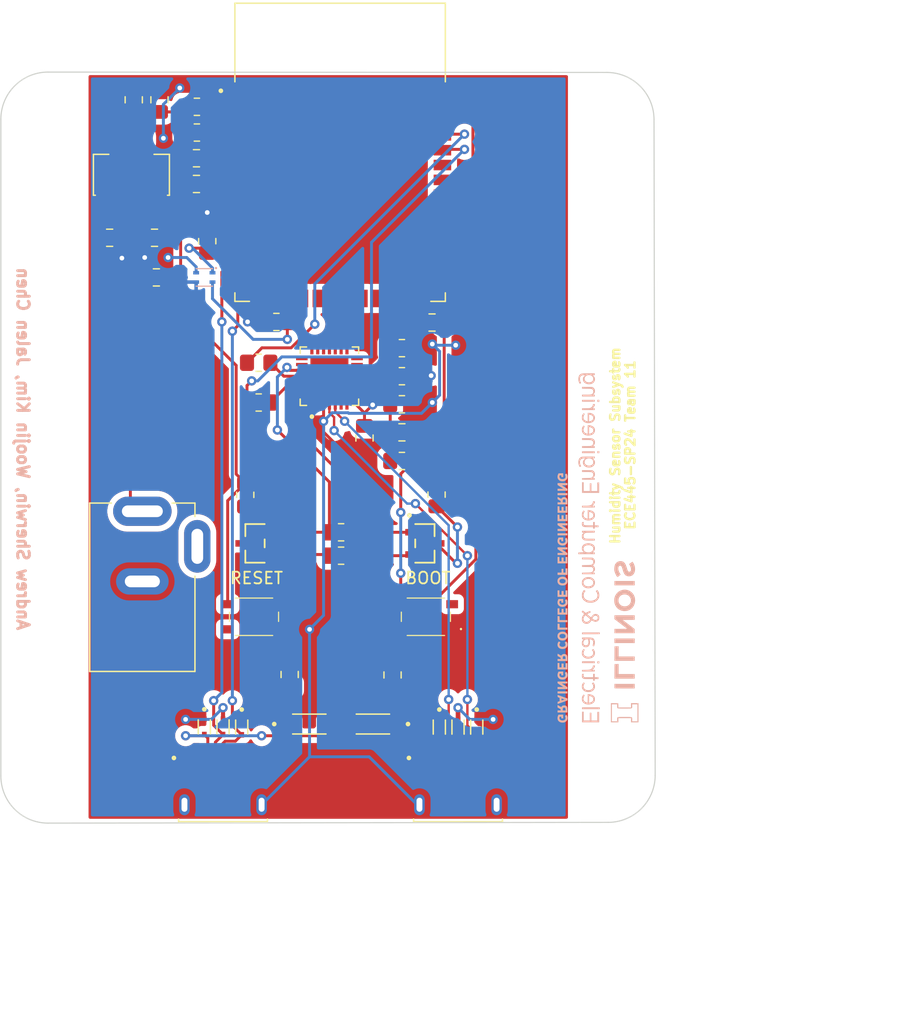
<source format=kicad_pcb>
(kicad_pcb (version 20221018) (generator pcbnew)
  (layers (0 "F.Cu" signal) (31 "B.Cu" signal) (34 "B.Paste" user) (35 "F.Paste" user) (36 "B.SilkS" user "B.Silkscreen") (37 "F.SilkS" user "F.Silkscreen") (38 "B.Mask" user) (39 "F.Mask" user) (44 "Edge.Cuts" user))
  (net 0 "")
  (net 1 "GND")
  (net 2 "+12V")
  (net 3 "+3.3V")
  (net 4 "CHIP_PU")
  (net 5 "IO0")
  (net 6 "VBUS")
  (net 7 "USB_DP")
  (net 8 "IO20")
  (net 9 "USB_DN")
  (net 10 "IO19")
  (net 14 "U0RXD")
  (net 15 "U0TXD")
  (net 16 "ESP_3V3")
  (net 17 "DTR")
  (net 18 "Net-(U5-BASE)")
  (net 19 "RTS")
  (net 20 "Net-(U6-BASE)")
  (net 21 "Net-(U5-COLLECTOR)")
  (net 22 "Net-(U6-COLLECTOR)")
  (footprint "Resistor_SMD:R_0805_2012Metric_Pad1.20x1.40mm_HandSolder" (layer "F.Cu") (at 143.71931 83.67931 180)
    (fp_text reference "R5" hide)
    (fp_text value "22100" hide)
  )
  (footprint "Resistor_SMD:R_0805_2012Metric_Pad1.20x1.40mm_HandSolder" (layer "F.Cu") (at 126.18431 53.38931 180)
    (fp_text reference "R13" hide)
    (fp_text value "0" hide)
  )
  (footprint "ECE445:LESD5D5_0CT1G" (layer "F.Cu") (at 126.81931 106.41931 -90)
    (fp_text reference "D8" hide)
    (fp_text value "LESD5D5.0CT1G" hide)
  )
  (footprint "ECE445:PJ-202AH" (layer "F.Cu") (at 121.51931 94.47931 -90)
    (fp_text reference "J1" hide)
    (fp_text value "PJ-202AH" hide)
  )
  (footprint "Capacitor_SMD:C_0805_2012Metric_Pad1.18x1.45mm_HandSolder" (layer "F.Cu") (at 122.98431 52.78931 90)
    (fp_text reference "C5" hide)
    (fp_text value "0.1uF" hide)
  )
  (footprint "ECE445:10118193-0001LF" (layer "F.Cu") (at 128.41931 113.07931)
    (fp_text reference "J3" hide)
    (fp_text value "10118193-0001LF" hide)
  )
  (footprint "Capacitor_SMD:C_0805_2012Metric_Pad1.18x1.45mm_HandSolder" (layer "F.Cu") (at 122.55931 64.58931)
    (fp_text reference "C1" hide)
    (fp_text value "1uF" hide)
  )
  (footprint "Resistor_SMD:R_0805_2012Metric_Pad1.20x1.40mm_HandSolder" (layer "F.Cu") (at 130.31931 86.57431 90)
    (fp_text reference "R11" hide)
    (fp_text value "0" hide)
  )
  (footprint "Resistor_SMD:R_0805_2012Metric_Pad1.20x1.40mm_HandSolder" (layer "F.Cu") (at 143.71931 76.42931 180)
    (fp_text reference "R3" hide)
    (fp_text value "1000" hide)
  )
  (footprint "Resistor_SMD:R_0805_2012Metric_Pad1.20x1.40mm_HandSolder" (layer "F.Cu") (at 131.46931 75.27931 180)
    (fp_text reference "R8" hide)
    (fp_text value "0" hide)
  )
  (footprint "MountingHole:MountingHole_3.2mm_M3" (layer "F.Cu") (at 161.400438 54.27931)
    (fp_text reference "H3" hide)
    (fp_text value "MountingHole" hide)
  )
  (footprint "ECE445:10118193-0001LF" (layer "F.Cu") (at 148.51931 113.07931)
    (fp_text reference "J2" hide)
    (fp_text value "10118193-0001LF" hide)
  )
  (footprint "Resistor_SMD:R_0805_2012Metric_Pad1.20x1.40mm_HandSolder" (layer "F.Cu") (at 143.71931 78.82931 180)
    (fp_text reference "R6" hide)
    (fp_text value "47500" hide)
  )
  (footprint "ECE445:LDL1117S33R-SnapEDA" (layer "F.Cu") (at 120.58431 59.20431 90)
    (fp_text reference "U2" hide)
    (fp_text value "LDL1117S33R-SnapEDA" hide)
  )
  (footprint "Resistor_SMD:R_0805_2012Metric_Pad1.20x1.40mm_HandSolder" (layer "F.Cu") (at 126.18431 55.58931)
    (fp_text reference "R14" hide)
    (fp_text value "10000" hide)
  )
  (footprint "ECE445:SOT-23_ONS" (layer "F.Cu") (at 145.68451 90.72681 -90)
    (fp_text reference "U6" hide)
    (fp_text value "L8050QLT1G" hide)
  )
  (footprint "ECE445:LESD5D5_0CT1G" (layer "F.Cu") (at 128.41931 106.41931 -90)
    (fp_text reference "D4" hide)
    (fp_text value "LESD5D5.0CT1G" hide)
  )
  (footprint "ECE445:PTS815 SJG 250 SMTR LFS" (layer "F.Cu") (at 145.76931 97.00431 180)
    (fp_text reference "S1" hide)
    (fp_text value "PTS815_SJG_250_SMTR_LFS" hide)
  )
  (footprint "Capacitor_SMD:C_0805_2012Metric_Pad1.18x1.45mm_HandSolder" (layer "F.Cu") (at 122.71931 67.97931 180)
    (fp_text reference "C3" hide)
    (fp_text value "100nF" hide)
  )
  (footprint "Capacitor_SMD:C_0805_2012Metric_Pad1.18x1.45mm_HandSolder" (layer "F.Cu") (at 140.51931 81.71681 -90)
    (fp_text reference "C8" hide)
    (fp_text value "10uF" hide)
  )
  (footprint "Resistor_SMD:R_0805_2012Metric_Pad1.20x1.40mm_HandSolder" (layer "F.Cu") (at 131.46931 78.67931 180)
    (fp_text reference "R7" hide)
    (fp_text value "0" hide)
  )
  (footprint "Resistor_SMD:R_0805_2012Metric_Pad1.20x1.40mm_HandSolder" (layer "F.Cu") (at 138.51931 89.77931)
    (fp_text reference "R10" hide)
    (fp_text value "10000" hide)
  )
  (footprint "ECE445:ESP32-S3-WROOM-1-N8-SnapEDA" (layer "F.Cu") (at 138.43431 57.27931)
    (fp_text reference "U1" hide)
    (fp_text value "ESP32-S3-WROOM-1-N8" hide)
  )
  (footprint "Capacitor_SMD:C_0805_2012Metric_Pad1.18x1.45mm_HandSolder" (layer "F.Cu") (at 142.91931 101.97931 90)
    (fp_text reference "C6" hide)
    (fp_text value "10uF" hide)
  )
  (footprint "Capacitor_SMD:C_0805_2012Metric_Pad1.18x1.45mm_HandSolder" (layer "F.Cu") (at 120.78431 52.78931 90)
    (fp_text reference "C4" hide)
    (fp_text value "10uF" hide)
  )
  (footprint "ECE445:PTS815 SJG 250 SMTR LFS" (layer "F.Cu") (at 131.06931 97.00431 180)
    (fp_text reference "S2" hide)
    (fp_text value "PTS815_SJG_250_SMTR_LFS" hide)
  )
  (footprint "MountingHole:MountingHole_3.2mm_M3" (layer "F.Cu") (at 161.61931 110.77931)
    (fp_text reference "H4" hide)
    (fp_text value "MountingHole" hide)
  )
  (footprint "ECE445:LESD5D5_0CT1G" (layer "F.Cu") (at 148.51931 106.43931 -90)
    (fp_text reference "D2" hide)
    (fp_text value "LESD5D5.0CT1G" hide)
  )
  (footprint "ECE445:LESD5D5_0CT1G" (layer "F.Cu") (at 150.11931 106.43931 -90)
    (fp_text reference "D1" hide)
    (fp_text value "LESD5D5.0CT1G" hide)
  )
  (footprint "Resistor_SMD:R_0805_2012Metric_Pad1.20x1.40mm_HandSolder" (layer "F.Cu") (at 143.71931 74.02931 180)
    (fp_text reference "R4" hide)
    (fp_text value "10000" hide)
  )
  (footprint "ECE445:CP2102N-A02-GQFN28" (layer "F.Cu") (at 137.51931 76.42931 90)
    (fp_text reference "U4" hide)
    (fp_text value "CP2102N-A02-GQFN28" hide)
  )
  (footprint "Capacitor_SMD:C_0805_2012Metric_Pad1.18x1.45mm_HandSolder" (layer "F.Cu") (at 126.14681 57.78931 180)
    (fp_text reference "C10" hide)
    (fp_text value "1uF" hide)
  )
  (footprint "MountingHole:MountingHole_3.2mm_M3" (layer "F.Cu") (at 113.31931 54.17931)
    (fp_text reference "H1" hide)
    (fp_text value "MountingHole" hide)
  )
  (footprint "ECE445:1N5819HW-7-F" (layer "F.Cu") (at 141.23931 106.17931 180)
    (fp_text reference "D6" hide)
    (fp_text value "1N5819HW-7-F" hide)
  )
  (footprint "ECE445:LESD5D5_0CT1G" (layer "F.Cu") (at 146.91931 106.43931 -90)
    (fp_text reference "D7" hide)
    (fp_text value "LESD5D5.0CT1G" hide)
  )
  (footprint "ECE445:1N5819HW-7-F" (layer "F.Cu") (at 135.79931 106.17931)
    (fp_text reference "D5" hide)
    (fp_text value "1N5819HW-7-F" hide)
  )
  (footprint "MountingHole:MountingHole_3.2mm_M3" (layer "F.Cu") (at 113.21931 110.77931)
    (fp_text reference "H2" hide)
    (fp_text value "MountingHole" hide)
  )
  (footprint "Resistor_SMD:R_0805_2012Metric_Pad1.20x1.40mm_HandSolder" (layer "F.Cu") (at 127.06931 64.87931 90)
    (fp_text reference "R1" hide)
    (fp_text value "10000" hide)
  )
  (footprint "Capacitor_SMD:C_0805_2012Metric_Pad1.18x1.45mm_HandSolder" (layer "F.Cu") (at 118.72181 64.58931 180)
    (fp_text reference "C2" hide)
    (fp_text value "4.7uF" hide)
  )
  (footprint "ECE445:SOT-23_ONS" (layer "F.Cu") (at 131.15411 90.72681 90)
    (fp_text reference "U5" hide)
    (fp_text value "L8050QLT1G" hide)
  )
  (footprint "Capacitor_SMD:C_0805_2012Metric_Pad1.18x1.45mm_HandSolder" (layer "F.Cu") (at 126.14681 59.98931 180)
    (fp_text reference "C12" hide)
    (fp_text value "0.1uF" hide)
  )
  (footprint "Resistor_SMD:R_0805_2012Metric_Pad1.20x1.40mm_HandSolder" (layer "F.Cu") (at 138.51931 91.77931 180)
    (fp_text reference "R9" hide)
    (fp_text value "10000" hide)
  )
  (footprint "Resistor_SMD:R_0805_2012Metric_Pad1.20x1.40mm_HandSolder" (layer "F.Cu") (at 146.68451 86.55531 90)
    (fp_text reference "R12" hide)
    (fp_text value "0" hide)
  )
  (footprint "Capacitor_SMD:C_0805_2012Metric_Pad1.18x1.45mm_HandSolder" (layer "F.Cu") (at 134.11931 101.94181 90)
    (fp_text reference "C7" hide)
    (fp_text value "10uF" hide)
  )
  (footprint "Resistor_SMD:R_0805_2012Metric_Pad1.20x1.40mm_HandSolder" (layer "F.Cu") (at 132.98431 71.78931 180)
    (fp_text reference "R2" hide)
    (fp_text value "10000" hide)
  )
  (footprint "Capacitor_SMD:C_0805_2012Metric_Pad1.18x1.45mm_HandSolder" (layer "F.Cu") (at 143.71931 81.22931)
    (fp_text reference "C9" hide)
    (fp_text value "1uF" hide)
  )
  (footprint "Capacitor_SMD:C_0805_2012Metric_Pad1.18x1.45mm_HandSolder" (layer "F.Cu") (at 146.29681 71.83931 180)
    (fp_text reference "C11" hide)
    (fp_text value "0.1uF" hide)
  )
  (footprint "ECE445:LESD5D5_0CT1G" (layer "F.Cu") (at 130.01931 106.43931 -90)
    (fp_text reference "D3" hide)
    (fp_text value "LESD5D5.0CT1G" hide)
  )
  (footprint "ECE445:SHT45-AD1B-R3" (layer "B.Cu") (at 126.81931 67.97931 180)
    (fp_text reference "U3" hide)
    (fp_text value "SHT45-AD1B-R3" hide)
  )
  (footprint "ECE445:IllinoisECENegative31mm" (layer "B.Cu") (at 160.51931 91.07931 90)
    (fp_text reference "" hide)
    (fp_text value "LOGO" hide)
  )
  (gr_arc (start 113.450438 114.650438) (mid 110.599987 113.469762) (end 109.41931 110.61931) (stroke (width 0.1)) (layer "Edge.Cuts"))
  (gr_arc (start 161.250438 50.450438) (mid 164.100863 51.631139) (end 165.281566 54.481566) (stroke (width 0.1)) (layer "Edge.Cuts"))
  (gr_arc (start 165.381566 110.557054) (mid 164.200859 113.40747) (end 161.350438 114.588182) (stroke (width 0.1)) (layer "Edge.Cuts"))
  (gr_line (start 161.250438 50.450438) (end 113.450438 50.41931) (stroke (width 0.1)) (layer "Edge.Cuts"))
  (gr_arc (start 109.41931 54.450438) (mid 110.599992 51.599992) (end 113.450438 50.41931) (stroke (width 0.1)) (layer "Edge.Cuts"))
  (gr_line (start 165.381566 110.557054) (end 165.281566 54.481566) (stroke (width 0.1)) (layer "Edge.Cuts"))
  (gr_line (start 113.450438 114.650438) (end 161.350438 114.588182) (stroke (width 0.1)) (layer "Edge.Cuts"))
  (gr_line (start 109.41931 54.450438) (end 109.41931 110.61931) (stroke (width 0.1)) (layer "Edge.Cuts"))
  (gr_text "Andrew Sherwin, Woojin Kim, Jalen Chen" (at 110.71931 98.27931 270) (layer "B.SilkS") (effects (font (size 1 1) (thickness 0.25) bold) (justify left bottom mirror)))
  (gr_text "BOOT" (at 143.91931 94.27931) (layer "F.SilkS") (effects (font (size 1 1)) (justify left bottom)))
  (gr_text "Humidity Sensor Subsystem\n  ECE445-SP24 Team 11" (at 163.71931 90.87931 90) (layer "F.SilkS") (effects (font (size 0.8 0.8) (thickness 0.2) bold) (justify left bottom)))
  (gr_text "RESET" (at 128.91931 94.27931) (layer "F.SilkS") (effects (font (size 1 1)) (justify left bottom)))
  (segment (start 142.71931 83.67931) (end 142.71931 81.26681) (width 0.25) (layer "F.Cu") (net 0))
  (segment (start 142.71931 78.82931) (end 141.81931 77.92931) (width 0.25) (layer "F.Cu") (net 0))
  (segment (start 142.71931 74.72931) (end 141.01931 76.42931) (width 0.25) (layer "F.Cu") (net 0))
  (segment (start 134.21931 76.92931) (end 132.46931 78.67931) (width 0.25) (layer "F.Cu") (net 0))
  (segment (start 125.51931 65.479807) (end 126.669807 65.479807) (width 0.25) (layer "F.Cu") (net 0))
  (segment (start 127.07931 65.88931) (end 127.06931 65.87931) (width 0.25) (layer "F.Cu") (net 0))
  (segment (start 142.71931 76.42931) (end 141.71931 77.42931) (width 0.25) (layer "F.Cu") (net 0))
  (segment (start 135.15931 76.92931) (end 134.21931 76.92931) (width 0.25) (layer "F.Cu") (net 0))
  (segment (start 133.91931 73.27931) (end 133.91931 71.85431) (width 0.25) (layer "F.Cu") (net 0))
  (segment (start 129.68431 65.88931) (end 127.07931 65.88931) (width 0.25) (layer "F.Cu") (net 0))
  (segment (start 126.669807 65.479807) (end 127.06931 65.87931) (width 0.25) (layer "F.Cu") (net 0))
  (segment (start 142.71931 74.02931) (end 142.71931 74.72931) (width 0.25) (layer "F.Cu") (net 0))
  (segment (start 135.15931 76.42931) (end 133.61931 76.42931) (width 0.25) (layer "F.Cu") (net 0))
  (segment (start 141.81931 77.92931) (end 139.87931 77.92931) (width 0.25) (layer "F.Cu") (net 0))
  (segment (start 134.11931 106.17931) (end 134.11931 102.97931) (width 0.25) (layer "F.Cu") (net 0))
  (segment (start 141.71931 77.42931) (end 139.87931 77.42931) (width 0.25) (layer "F.Cu") (net 0))
  (segment (start 133.98431 71.78931) (end 133.98431 69.68431) (width 0.25) (layer "F.Cu") (net 0))
  (segment (start 133.98431 69.68431) (end 133.98931 69.67931) (width 0.25) (layer "F.Cu") (net 0))
  (segment (start 141.01931 76.42931) (end 139.87931 76.42931) (width 0.25) (layer "F.Cu") (net 0))
  (segment (start 133.61931 76.42931) (end 132.46931 75.27931) (width 0.25) (layer "F.Cu") (net 0))
  (segment (start 142.71931 78.82931) (end 142.71931 81.19181) (width 0.25) (layer "F.Cu") (net 0))
  (segment (start 142.91931 106.17931) (end 142.91931 103.01681) (width 0.25) (layer "F.Cu") (net 0))
  (via (at 125.51931 65.479807) (size 0.8) (drill 0.4) (layers "F.Cu" "B.Cu") (net 0))
  (via (at 133.91931 73.27931) (size 0.8) (drill 0.4) (layers "F.Cu" "B.Cu") (net 0))
  (segment (start 125.819807 65.479807) (end 125.51931 65.479807) (width 0.25) (layer "B.Cu") (net 0))
  (segment (start 127.51931 67.57931) (end 127.51931 67.17931) (width 0.25) (layer "B.Cu") (net 0))
  (segment (start 127.51931 68.37931) (end 127.51931 69.804615) (width 0.25) (layer "B.Cu") (net 0))
  (segment (start 127.51931 67.17931) (end 125.819807 65.479807) (width 0.25) (layer "B.Cu") (net 0))
  (segment (start 127.51931 69.804615) (end 130.994005 73.27931) (width 0.25) (layer "B.Cu") (net 0))
  (segment (start 130.994005 73.27931) (end 133.91931 73.27931) (width 0.25) (layer "B.Cu") (net 0))
  (segment (start 136.93431 58.23931) (end 136.93431 58.196847) (width 0.25) (layer "F.Cu") (net 1))
  (segment (start 135.53431 59.63931) (end 135.491847 59.63931) (width 0.25) (layer "F.Cu") (net 1))
  (segment (start 138.376773 59.63931) (end 138.85931 59.156773) (width 0.25) (layer "F.Cu") (net 1))
  (segment (start 135.00931 60.556773) (end 135.491847 61.03931) (width 0.25) (layer "F.Cu") (net 1))
  (segment (start 125.10931 59.98931) (end 124.31931 60.77931) (width 0.25) (layer "F.Cu") (net 1))
  (segment (start 123.75681 67.97931) (end 123.75681 66.31681) (width 0.25) (layer "F.Cu") (net 1))
  (segment (start 137.01931 78.78931) (end 137.01931 76.92931) (width 0.25) (layer "F.Cu") (net 1))
  (segment (start 137.416847 61.56431) (end 137.851773 61.56431) (width 0.25) (layer "F.Cu") (net 1))
  (segment (start 145.21931 113.07931) (end 147.31931 113.07931) (width 0.25) (layer "F.Cu") (net 1))
  (segment (start 124.95931 52.01931) (end 124.71931 51.77931) (width 0.25) (layer "F.Cu") (net 1))
  (segment (start 135.53431 58.23931) (end 135.491847 58.23931) (width 0.25) (layer "F.Cu") (net 1))
  (segment (start 121.51931 93.97931) (end 121.51931 105.22931) (width 0.25) (layer "F.Cu") (net 1))
  (segment (start 129.61931 113.07931) (end 131.71931 113.07931) (width 0.25) (layer "F.Cu") (net 1))
  (segment (start 138.85931 59.156773) (end 138.85931 58.721847) (width 0.25) (layer "F.Cu") (net 1))
  (segment (start 125.21931 110.62931) (end 125.21931 112.97931) (width 0.25) (layer "F.Cu") (net 1))
  (segment (start 136.93431 61.081773) (end 137.416847 61.56431) (width 0.25) (layer "F.Cu") (net 1))
  (segment (start 136.93431 59.73931) (end 138.33431 61.13931) (width 0.25) (layer "F.Cu") (net 1))
  (segment (start 135.00931 58.721847) (end 135.00931 59.156773) (width 0.25) (layer "F.Cu") (net 1))
  (segment (start 144.71931 78.82931) (end 146.16931 78.82931) (width 0.25) (layer "F.Cu") (net 1))
  (segment (start 151.71931 105.97931) (end 151.71931 110.62931) (width 0.25) (layer "F.Cu") (net 1))
  (segment (start 138.33431 61.03931) (end 138.376773 61.03931) (width 0.25) (layer "F.Cu") (net 1))
  (segment (start 150.49431 75.95431) (end 148.31931 73.77931) (width 0.25) (layer "F.Cu") (net 1))
  (segment (start 135.491847 59.63931) (end 135.00931 60.121847) (width 0.25) (layer "F.Cu") (net 1))
  (segment (start 144.65431 52.01931) (end 138.33431 58.33931) (width 0.25) (layer "F.Cu") (net 1))
  (segment (start 131.61931 110.62931) (end 131.61931 111.07931) (width 0.25) (layer "F.Cu") (net 1))
  (segment (start 118.28431 54.25181) (end 118.28431 62.21931) (width 0.25) (layer "F.Cu") (net 1))
  (segment (start 145.31931 110.62931) (end 145.31931 112.97931) (width 0.25) (layer "F.Cu") (net 1))
  (segment (start 136.93431 58.33931) (end 136.93431 59.73931) (width 0.25) (layer "F.Cu") (net 1))
  (segment (start 150.49431 95.60431) (end 150.49431 75.95431) (width 0.25) (layer "F.Cu") (net 1))
  (segment (start 147.18431 52.01931) (end 144.65431 52.01931) (width 0.25) (layer "F.Cu") (net 1))
  (segment (start 121.51931 105.22931) (end 125.21931 108.92931) (width 0.25) (layer "F.Cu") (net 1))
  (segment (start 151.51931 104.47931) (end 151.51931 105.77931) (width 0.25) (layer "F.Cu") (net 1))
  (segment (start 137.01931 80.27931) (end 137.01931 78.78931) (width 0.25) (layer "F.Cu") (net 1))
  (segment (start 136.016847 61.56431) (end 136.451773 61.56431) (width 0.25) (layer "F.Cu") (net 1))
  (segment (start 131.61931 110.62931) (end 131.61931 112.97931) (width 0.25) (layer "F.Cu") (net 1))
  (segment (start 125.21931 110.62931) (end 125.21931 111.07931) (width 0.25) (layer "F.Cu") (net 1))
  (segment (start 145.25931 73.48931) (end 144.71931 74.02931) (width 0.25) (layer "F.Cu") (net 1))
  (segment (start 138.33431 59.63931) (end 138.376773 59.63931) (width 0.25) (layer "F.Cu") (net 1))
  (segment (start 147.31931 113.07931) (end 149.71931 113.07931) (width 0.25) (layer "F.Cu") (net 1))
  (segment (start 136.93431 58.196847) (end 137.451847 57.67931) (width 0.25) (layer "F.Cu") (net 1))
  (segment (start 125.10931 59.98931) (end 125.10931 57.78931) (width 0.25) (layer "F.Cu") (net 1))
  (segment (start 135.491847 58.23931) (end 135.00931 58.721847) (width 0.25) (layer "F.Cu") (net 1))
  (segment (start 120.78431 51.75181) (end 118.28431 54.25181) (width 0.25) (layer "F.Cu") (net 1))
  (segment (start 130.68431 51.91931) (end 135.53431 56.76931) (width 0.25) (layer "F.Cu") (net 1))
  (segment (start 125.02931 57.78931) (end 123.31931 56.07931) (width 0.25) (layer "F.Cu") (net 1))
  (segment (start 146.31931 72.89931) (end 145.25931 71.83931) (width 0.25) (layer "F.Cu") (net 1))
  (segment (start 137.816773 57.67931) (end 138.33431 58.196847) (width 0.25) (layer "F.Cu") (net 1))
  (segment (start 127.21931 113.07931) (end 129.61931 113.07931) (width 0.25) (layer "F.Cu") (net 1))
  (segment (start 137.851773 61.56431) (end 138.33431 61.081773) (width 0.25) (layer "F.Cu") (net 1))
  (segment (start 135.81931 98.07931) (end 133.31931 98.07931) (width 0.25) (layer "F.Cu") (net 1))
  (segment (start 145.31931 110.62931) (end 145.31931 111.07931) (width 0.25) (layer "F.Cu") (net 1))
  (segment (start 136.93431 61.03931) (end 136.93431 61.081773) (width 0.25) (layer "F.Cu") (net 1))
  (segment (start 125.21931 111.07931) (end 127.21931 113.07931) (width 0.25) (layer "F.Cu") (net 1))
  (segment (start 123.71931 64.71181) (end 123.59681 64.58931) (width 0.25) (layer "F.Cu") (net 1))
  (segment (start 138.85931 58.721847) (end 138.376773 58.23931) (width 0.25) (layer "F.Cu") (net 1))
  (segment (start 124.71931 51.77931) (end 123.01181 51.77931) (width 0.25) (layer "F.Cu") (net 1))
  (segment (start 151.71931 110.62931) (end 151.71931 112.97931) (width 0.25) (layer "F.Cu") (net 1))
  (segment (start 137.01931 81.204615) (end 137.01931 80.27931) (width 0.25) (layer "F.Cu") (net 1))
  (segment (start 131.61931 111.07931) (end 129.61931 113.07931) (width 0.25) (layer "F.Cu") (net 1))
  (segment (start 148.01931 98.07931) (end 150.49431 95.60431) (width 0.25) (layer "F.Cu") (net 1))
  (segment (start 138.85931 60.556773) (end 138.85931 60.121847) (width 0.25) (layer "F.Cu") (net 1))
  (segment (start 145.31931 111.07931) (end 147.31931 113.07931) (width 0.25) (layer "F.Cu") (net 1))
  (segment (start 145.25931 71.83931) (end 145.25931 73.48931) (width 0.25) (layer "F.Cu") (net 1))
  (segment (start 125.10931 57.78931) (end 125.02931 57.78931) (width 0.25) (layer "F.Cu") (net 1))
  (segment (start 136.451773 61.56431) (end 136.93431 61.081773) (width 0.25) (layer "F.Cu") (net 1))
  (segment (start 123.01181 51.77931) (end 122.98431 51.75181) (width 0.25) (layer "F.Cu") (net 1))
  (segment (start 123.71931 66.27931) (end 123.71931 64.71181) (width 0.25) (layer "F.Cu") (net 1))
  (segment (start 138.85931 60.121847) (end 138.376773 59.63931) (width 0.25) (layer "F.Cu") (net 1))
  (segment (start 146.16931 78.82931) (end 146.31931 78.67931) (width 0.25) (layer "F.Cu") (net 1))
  (segment (start 149.79431 53.62931) (end 149.79431 72.30431) (width 0.25) (layer "F.Cu") (net 1))
  (segment (start 151.71931 110.62931) (end 151.71931 111.07931) (width 0.25) (layer "F.Cu") (net 1))
  (segment (start 138.33431 58.33931) (end 136.93431 59.73931) (width 0.25) (layer "F.Cu") (net 1))
  (segment (start 117.68431 64.58931) (end 117.68431 62.81931) (width 0.25) (layer "F.Cu") (net 1))
  (segment (start 151.51931 105.77931) (end 151.71931 105.97931) (width 0.25) (layer "F.Cu") (net 1))
  (segment (start 129.68431 51.91931) (end 130.68431 51.91931) (width 0.25) (layer "F.Cu") (net 1))
  (segment (start 146.31931 73.67931) (end 146.31931 72.89931) (width 0.25) (layer "F.Cu") (net 1))
  (segment (start 137.01931 76.92931) (end 137.51931 76.42931) (width 0.25) (layer "F.Cu") (net 1))
  (segment (start 135.00931 59.156773) (end 135.491847 59.63931) (width 0.25) (layer "F.Cu") (net 1))
  (segment (start 147.18431 52.01931) (end 148.18431 52.01931) (width 0.25) (layer "F.Cu") (net 1))
  (segment (start 140.51931 82.75431) (end 138.569005 82.75431) (width 0.25) (layer "F.Cu") (net 1))
  (segment (start 148.18431 52.01931) (end 149.79431 53.62931) (width 0.25) (layer "F.Cu") (net 1))
  (segment (start 149.71931 113.07931) (end 151.81931 113.07931) (width 0.25) (layer "F.Cu") (net 1))
  (segment (start 150.49431 103.45431) (end 151.51931 104.47931) (width 0.25) (layer "F.Cu") (net 1))
  (segment (start 125.21931 105.77931) (end 126.79931 105.77931) (width 0.25) (layer "F.Cu") (net 1))
  (segment (start 123.75681 66.31681) (end 123.71931 66.27931) (width 0.25) (layer "F.Cu") (net 1))
  (segment (start 138.33431 59.73931) (end 136.93431 59.73931) (width 0.25) (layer "F.Cu") (net 1))
  (segment (start 117.68431 90.14431) (end 121.51931 93.97931) (width 0.25) (layer "F.Cu") (net 1))
  (segment (start 117.68431 64.58931) (end 117.68431 90.14431) (width 0.25) (layer "F.Cu") (net 1))
  (segment (start 138.376773 58.23931) (end 138.33431 58.23931) (width 0.25) (layer "F.Cu") (net 1))
  (segment (start 137.451847 57.67931) (end 137.816773 57.67931) (width 0.25) (layer "F.Cu") (net 1))
  (segment (start 135.53431 56.76931) (end 135.53431 58.23931) (width 0.25) (layer "F.Cu") (net 1))
  (segment (start 149.79431 72.30431) (end 148.31931 73.77931) (width 0.25) (layer "F.Cu") (net 1))
  (segment (start 136.93431 61.13931) (end 136.93431 59.73931) (width 0.25) (layer "F.Cu") (net 1))
  (segment (start 125.21931 108.92931) (end 125.21931 110.62931) (width 0.25) (layer "F.Cu") (net 1))
  (segment (start 150.49431 95.60431) (end 150.49431 103.45431) (width 0.25) (layer "F.Cu") (net 1))
  (segment (start 135.53431 61.03931) (end 135.53431 61.081773) (width 0.25) (layer "F.Cu") (net 1))
  (segment (start 135.53431 61.081773) (end 136.016847 61.56431) (width 0.25) (layer "F.Cu") (net 1))
  (segment (start 125.11931 113.07931) (end 127.21931 113.07931) (width 0.25) (layer "F.Cu") (net 1))
  (segment (start 129.68431 52.01931) (end 124.95931 52.01931) (width 0.25) (layer "F.Cu") (net 1))
  (segment (start 136.93431 59.73931) (end 135.53431 58.33931) (width 0.25) (layer "F.Cu") (net 1))
  (segment (start 151.71931 111.07931) (end 149.71931 113.07931) (width 0.25) (layer "F.Cu") (net 1))
  (segment (start 124.31931 60.77931) (end 124.31931 63.86681) (width 0.25) (layer "F.Cu") (net 1))
  (segment (start 117.68431 62.81931) (end 118.28431 62.21931) (width 0.25) (layer "F.Cu") (net 1))
  (segment (start 135.53431 58.23931) (end 135.53431 58.196847) (width 0.25) (layer "F.Cu") (net 1))
  (segment (start 138.376773 61.03931) (end 138.85931 60.556773) (width 0.25) (layer "F.Cu") (net 1))
  (segment (start 135.53431 58.196847) (end 136.016847 57.71431) (width 0.25) (layer "F.Cu") (net 1))
  (segment (start 138.33431 61.081773) (end 138.33431 61.03931) (width 0.25) (layer "F.Cu") (net 1))
  (segment (start 135.491847 61.03931) (end 135.53431 61.03931) (width 0.25) (layer "F.Cu") (net 1))
  (segment (start 136.451773 57.71431) (end 136.93431 58.196847) (width 0.25) (layer "F.Cu") (net 1))
  (segment (start 124.31931 63.86681) (end 123.59681 64.58931) (width 0.25) (layer "F.Cu") (net 1))
  (segment (start 138.569005 82.75431) (end 137.01931 81.204615) (width 0.25) (layer "F.Cu") (net 1))
  (segment (start 138.33431 58.196847) (end 138.33431 58.23931) (width 0.25) (layer "F.Cu") (net 1))
  (segment (start 135.53431 59.73931) (end 136.93431 59.73931) (width 0.25) (layer "F.Cu") (net 1))
  (segment (start 135.00931 60.121847) (end 135.00931 60.556773) (width 0.25) (layer "F.Cu") (net 1))
  (segment (start 136.016847 57.71431) (end 136.451773 57.71431) (width 0.25) (layer "F.Cu") (net 1))
  (segment (start 150.11931 105.77931) (end 151.51931 105.77931) (width 0.25) (layer "F.Cu") (net 1))
  (segment (start 135.53431 61.13931) (end 136.93431 59.73931) (width 0.25) (layer "F.Cu") (net 1))
  (segment (start 120.78431 51.75181) (end 122.98431 51.75181) (width 0.25) (layer "F.Cu") (net 1))
  (via (at 124.71931 51.77931) (size 0.8) (drill 0.4) (layers "F.Cu" "B.Cu") (net 1))
  (via (at 123.31931 56.07931) (size 0.8) (drill 0.4) (layers "F.Cu" "B.Cu") (net 1))
  (via (at 128.41931 104.77931) (size 0.8) (drill 0.4) (layers "F.Cu" "B.Cu") (net 1))
  (via (at 148.51931 104.77931) (size 0.8) (drill 0.4) (layers "F.Cu" "B.Cu") (net 1))
  (via (at 137.01931 80.27931) (size 0.8) (drill 0.4) (layers "F.Cu" "B.Cu") (net 1))
  (via (at 148.31931 73.77931) (size 0.8) (drill 0.4) (layers "F.Cu" "B.Cu") (net 1))
  (via (at 135.81931 98.07931) (size 0.8) (drill 0.4) (layers "F.Cu" "B.Cu") (net 1))
  (via (at 151.51931 105.77931) (size 0.8) (drill 0.4) (layers "F.Cu" "B.Cu") (net 1))
  (via (at 123.71931 66.27931) (size 0.8) (drill 0.4) (layers "F.Cu" "B.Cu") (net 1))
  (via (at 146.31931 78.67931) (size 0.8) (drill 0.4) (layers "F.Cu" "B.Cu") (net 1))
  (via (at 125.21931 105.77931) (size 0.8) (drill 0.4) (layers "F.Cu" "B.Cu") (net 1))
  (via (at 146.31931 73.67931) (size 0.8) (drill 0.4) (layers "F.Cu" "B.Cu") (net 1))
  (segment (start 146.31931 78.67931) (end 145.39431 79.60431) (width 0.25) (layer "B.Cu") (net 1))
  (segment (start 137.01931 96.87931) (end 135.81931 98.07931) (width 0.25) (layer "B.Cu") (net 1))
  (segment (start 139.169615 79.60431) (end 139.119615 79.55431) (width 0.25) (layer "B.Cu") (net 1))
  (segment (start 146.94431 78.05431) (end 146.94431 74.30431) (width 0.25) (layer "B.Cu") (net 1))
  (segment (start 126.11931 67.07931) (end 125.51931 66.47931) (width 0.25) (layer "B.Cu") (net 1))
  (segment (start 128.41931 104.77931) (end 127.41931 105.77931) (width 0.25) (layer "B.Cu") (net 1))
  (segment (start 139.119615 79.55431) (end 137.74431 79.55431) (width 0.25) (layer "B.Cu") (net 1))
  (segment (start 145.01931 113.07931) (end 140.91931 108.97931) (width 0.25) (layer "B.Cu") (net 1))
  (segment (start 146.94431 74.30431) (end 146.31931 73.67931) (width 0.25) (layer "B.Cu") (net 1))
  (segment (start 146.41931 73.77931) (end 146.31931 73.67931) (width 0.25) (layer "B.Cu") (net 1))
  (segment (start 145.39431 79.60431) (end 139.169615 79.60431) (width 0.25) (layer "B.Cu") (net 1))
  (segment (start 127.41931 105.77931) (end 125.21931 105.77931) (width 0.25) (layer "B.Cu") (net 1))
  (segment (start 146.31931 78.67931) (end 146.94431 78.05431) (width 0.25) (layer "B.Cu") (net 1))
  (segment (start 151.51931 105.77931) (end 149.51931 105.77931) (width 0.25) (layer "B.Cu") (net 1))
  (segment (start 135.81931 108.97931) (end 135.81931 98.07931) (width 0.25) (layer "B.Cu") (net 1))
  (segment (start 149.51931 105.77931) (end 148.51931 104.77931) (width 0.25) (layer "B.Cu") (net 1))
  (segment (start 137.01931 80.27931) (end 137.01931 96.87931) (width 0.25) (layer "B.Cu") (net 1))
  (segment (start 137.74431 79.55431) (end 137.01931 80.27931) (width 0.25) (layer "B.Cu") (net 1))
  (segment (start 135.81931 108.97931) (end 131.71931 113.07931) (width 0.25) (layer "B.Cu") (net 1))
  (segment (start 123.31931 56.07931) (end 123.31931 53.17931) (width 0.25) (layer "B.Cu") (net 1))
  (segment (start 140.91931 108.97931) (end 135.81931 108.97931) (width 0.25) (layer "B.Cu") (net 1))
  (segment (start 148.31931 73.77931) (end 146.41931 73.77931) (width 0.25) (layer "B.Cu") (net 1))
  (segment (start 125.51931 66.47931) (end 125.31931 66.27931) (width 0.25) (layer "B.Cu") (net 1))
  (segment (start 145.21931 113.07931) (end 145.01931 113.07931) (width 0.25) (layer "B.Cu") (net 1))
  (segment (start 126.11931 67.57931) (end 126.11931 67.07931) (width 0.25) (layer "B.Cu") (net 1))
  (segment (start 125.31931 66.27931) (end 123.71931 66.27931) (width 0.25) (layer "B.Cu") (net 1))
  (segment (start 123.31931 53.17931) (end 124.71931 51.77931) (width 0.25) (layer "B.Cu") (net 1))
  (segment (start 121.52181 64.58931) (end 120.49431 65.61681) (width 0.25) (layer "F.Cu") (net 2))
  (segment (start 122.88431 62.21931) (end 122.88431 63.22681) (width 0.25) (layer "F.Cu") (net 2))
  (segment (start 122.88431 63.22681) (end 121.52181 64.58931) (width 0.25) (layer "F.Cu") (net 2))
  (segment (start 120.49431 86.95431) (end 121.51931 87.97931) (width 0.25) (layer "F.Cu") (net 2))
  (segment (start 120.49431 65.61681) (end 120.49431 86.95431) (width 0.25) (layer "F.Cu") (net 2))
  (segment (start 140.51931 80.67931) (end 140.51931 79.57931) (width 0.25) (layer "F.Cu") (net 3))
  (segment (start 122.98431 53.82681) (end 124.74681 53.82681) (width 0.25) (layer "F.Cu") (net 3))
  (segment (start 124.74681 53.82681) (end 125.18431 53.38931) (width 0.25) (layer "F.Cu") (net 3))
  (segment (start 127.06931 62.42931) (end 127.06931 63.87931) (width 0.25) (layer "F.Cu") (net 3))
  (segment (start 120.58431 63.76431) (end 119.75931 64.58931) (width 0.25) (layer "F.Cu") (net 3))
  (segment (start 120.78431 53.82681) (end 122.98431 53.82681) (width 0.25) (layer "F.Cu") (net 3))
  (segment (start 139.72931 78.78931) (end 140.51931 79.57931) (width 0.25) (layer "F.Cu") (net 3))
  (segment (start 120.58431 56.18931) (end 120.58431 62.21931) (width 0.25) (layer "F.Cu") (net 3))
  (segment (start 121.68181 67.97931) (end 121.68181 66.31681) (width 0.25) (layer "F.Cu") (net 3))
  (segment (start 140.51931 79.57931) (end 141.21931 78.87931) (width 0.25) (layer "F.Cu") (net 3))
  (segment (start 119.76931 66.32931) (end 119.76931 64.59931) (width 0.25) (layer "F.Cu") (net 3))
  (segment (start 120.58431 56.18931) (end 120.58431 54.02681) (width 0.25) (layer "F.Cu") (net 3))
  (segment (start 138.51931 78.78931) (end 139.01931 78.78931) (width 0.25) (layer "F.Cu") (net 3))
  (segment (start 120.58431 54.02681) (end 120.78431 53.82681) (width 0.25) (layer "F.Cu") (net 3))
  (segment (start 131.98431 71.78931) (end 130.52931 71.78931) (width 0.25) (layer "F.Cu") (net 3))
  (segment (start 139.01931 78.78931) (end 139.72931 78.78931) (width 0.25) (layer "F.Cu") (net 3))
  (segment (start 119.76931 64.59931) (end 119.75931 64.58931) (width 0.25) (layer "F.Cu") (net 3))
  (segment (start 119.75931 64.58931) (end 119.45931 64.58931) (width 0.25) (layer "F.Cu") (net 3))
  (segment (start 120.58431 62.21931) (end 120.58431 63.76431) (width 0.25) (layer "F.Cu") (net 3))
  (segment (start 144.71931 76.42931) (end 146.16931 76.42931) (width 0.25) (layer "F.Cu") (net 3))
  (via (at 130.51931 71.77931) (size 0.8) (drill 0.4) (layers "F.Cu" "B.Cu") (net 3))
  (via (at 146.21931 76.37931) (size 0.8) (drill 0.4) (layers "F.Cu" "B.Cu") (net 3))
  (via (at 119.76931 66.32931) (size 0.8) (drill 0.4) (layers "F.Cu" "B.Cu") (net 3))
  (via (at 121.71931 66.27931) (size 0.8) (drill 0.4) (layers "F.Cu" "B.Cu") (net 3))
  (via (at 141.21931 78.87931) (size 0.8) (drill 0.4) (layers "F.Cu" "B.Cu") (net 3))
  (via (at 127.06931 62.42931) (size 0.8) (drill 0.4) (layers "F.Cu" "B.Cu") (net 3))
  (segment (start 119.76931 66.32931) (end 121.66931 66.32931) (width 0.25) (layer "B.Cu") (net 3))
  (segment (start 146.21931 76.37931) (end 146.21931 76.87931) (width 0.25) (layer "B.Cu") (net 3))
  (segment (start 121.66931 66.32931) (end 121.71931 66.27931) (width 0.25) (layer "B.Cu") (net 3))
  (segment (start 145.51931 77.57931) (end 142.51931 77.57931) (width 0.25) (layer "B.Cu") (net 3))
  (segment (start 142.51931 77.57931) (end 141.21931 78.87931) (width 0.25) (layer "B.Cu") (net 3))
  (segment (start 146.21931 76.87931) (end 145.51931 77.57931) (width 0.25) (layer "B.Cu") (net 3))
  (segment (start 127.18431 59.98931) (end 127.18431 57.78931) (width 0.25) (layer "F.Cu") (net 4))
  (segment (start 128.81931 87.07431) (end 130.31931 85.57431) (width 0.25) (layer "F.Cu") (net 4))
  (segment (start 129.54431 84.79931) (end 129.54431 75.50431) (width 0.25) (layer "F.Cu") (net 4))
  (segment (start 128.31431 54.45931) (end 129.68431 54.45931) (width 0.25) (layer "F.Cu") (net 4))
  (segment (start 130.31931 85.57431) (end 129.54431 84.79931) (width 0.25) (layer "F.Cu") (net 4))
  (segment (start 127.18431 55.58931) (end 128.31431 54.45931) (width 0.25) (layer "F.Cu") (net 4))
  (segment (start 129.54431 75.50431) (end 124.79431 70.75431) (width 0.25) (layer "F.Cu") (net 4))
  (segment (start 124.79431 62.37931) (end 127.18431 59.98931) (width 0.25) (layer "F.Cu") (net 4))
  (segment (start 128.81931 95.92931) (end 128.81931 87.07431) (width 0.25) (layer "F.Cu") (net 4))
  (segment (start 127.18431 55.58931) (end 127.18431 57.78931) (width 0.25) (layer "F.Cu") (net 4))
  (segment (start 124.79431 70.75431) (end 124.79431 62.37931) (width 0.25) (layer "F.Cu") (net 4))
  (segment (start 147.33431 68.57931) (end 147.18431 68.42931) (width 0.25) (layer "F.Cu") (net 5))
  (segment (start 147.33431 71.83931) (end 147.33431 84.90551) (width 0.25) (layer "F.Cu") (net 5))
  (segment (start 146.194615 95.92931) (end 150.04431 92.079615) (width 0.25) (layer "F.Cu") (net 5))
  (segment (start 143.51931 95.92931) (end 146.194615 95.92931) (width 0.25) (layer "F.Cu") (net 5))
  (segment (start 150.04431 88.91511) (end 146.68451 85.55531) (width 0.25) (layer "F.Cu") (net 5))
  (segment (start 150.04431 92.079615) (end 150.04431 88.91511) (width 0.25) (layer "F.Cu") (net 5))
  (segment (start 147.33431 84.90551) (end 146.68451 85.55531) (width 0.25) (layer "F.Cu") (net 5))
  (segment (start 147.33431 71.83931) (end 147.33431 68.57931) (width 0.25) (layer "F.Cu") (net 5))
  (segment (start 146.91931 107.09931) (end 147.21931 107.39931) (width 0.25) (layer "F.Cu") (net 6))
  (segment (start 143.61931 84.77931) (end 144.71931 83.67931) (width 0.25) (layer "F.Cu") (net 6))
  (segment (start 139.55931 98.38931) (end 143.61931 94.32931) (width 0.25) (layer "F.Cu") (net 6))
  (segment (start 139.55931 106.17931) (end 139.55931 98.38931) (width 0.25) (layer "F.Cu") (net 6))
  (segment (start 136.47931 107.17931) (end 131.71931 107.17931) (width 0.25) (layer "F.Cu") (net 6))
  (segment (start 139.55931 106.17931) (end 137.47931 106.17931) (width 0.25) (layer "F.Cu") (net 6))
  (segment (start 143.61931 94.32931) (end 143.61931 93.27931) (width 0.25) (layer "F.Cu") (net 6))
  (segment (start 143.61931 88.07931) (end 143.61931 84.77931) (width 0.25) (layer "F.Cu") (net 6))
  (segment (start 125.21931 107.17931) (end 126.71931 107.17931) (width 0.25) (layer "F.Cu") (net 6))
  (segment (start 137.47931 106.17931) (end 136.47931 107.17931) (width 0.25) (layer "F.Cu") (net 6))
  (segment (start 146.91931 107.09931) (end 140.47931 107.09931) (width 0.25) (layer "F.Cu") (net 6))
  (segment (start 127.11931 107.37931) (end 127.11931 110.40431) (width 0.25) (layer "F.Cu") (net 6))
  (segment (start 147.21931 107.39931) (end 147.21931 110.40431) (width 0.25) (layer "F.Cu") (net 6))
  (segment (start 126.81931 107.07931) (end 127.11931 107.37931) (width 0.25) (layer "F.Cu") (net 6))
  (segment (start 140.47931 107.09931) (end 139.55931 106.17931) (width 0.25) (layer "F.Cu") (net 6))
  (via (at 143.61931 88.07931) (size 0.8) (drill 0.4) (layers "F.Cu" "B.Cu") (net 6))
  (via (at 143.61931 93.27931) (size 0.8) (drill 0.4) (layers "F.Cu" "B.Cu") (net 6))
  (via (at 131.71931 107.17931) (size 0.8) (drill 0.4) (layers "F.Cu" "B.Cu") (net 6))
  (via (at 125.21931 107.17931) (size 0.8) (drill 0.4) (layers "F.Cu" "B.Cu") (net 6))
  (segment (start 143.61931 93.27931) (end 143.61931 88.07931) (width 0.25) (layer "B.Cu") (net 6))
  (segment (start 131.71931 107.17931) (end 125.21931 107.17931) (width 0.25) (layer "B.Cu") (net 6))
  (segment (start 148.51931 107.82931) (end 148.51931 110.40431) (width 0.2) (layer "F.Cu") (net 7))
  (segment (start 137.91931 79.944996) (end 137.51931 79.544996) (width 0.2) (layer "F.Cu") (net 7))
  (segment (start 148.023766 90.47931) (end 144.874688 87.330232) (width 0.2) (layer "F.Cu") (net 7))
  (segment (start 148.66931 107.67931) (end 148.51931 107.82931) (width 0.2) (layer "F.Cu") (net 7))
  (segment (start 149.31931 106.29931) (end 149.31931 104.07931) (width 0.2) (layer "F.Cu") (net 7))
  (segment (start 144.874688 87.330232) (end 144.874688 87.323932) (width 0.2) (layer "F.Cu") (net 7))
  (segment (start 137.51931 79.544996) (end 137.51931 78.78931) (width 0.2) (layer "F.Cu") (net 7))
  (segment (start 149.53931 107.67931) (end 148.66931 107.67931) (width 0.2) (layer "F.Cu") (net 7))
  (segment (start 150.11931 107.09931) (end 149.53931 107.67931) (width 0.2) (layer "F.Cu") (net 7))
  (segment (start 137.91931 81.07931) (end 137.91931 79.944996) (width 0.2) (layer "F.Cu") (net 7))
  (segment (start 148.023766 90.47931) (end 148.023766 90.483766) (width 0.2) (layer "F.Cu") (net 7))
  (segment (start 148.023766 90.483766) (end 149.31931 91.77931) (width 0.2) (layer "F.Cu") (net 7))
  (segment (start 150.11931 107.09931) (end 149.31931 106.29931) (width 0.2) (layer "F.Cu") (net 7))
  (via (at 144.874688 87.323932) (size 0.8) (drill 0.4) (layers "F.Cu" "B.Cu") (net 7))
  (via (at 149.31931 91.77931) (size 0.8) (drill 0.4) (layers "F.Cu" "B.Cu") (net 7))
  (via (at 137.91931 81.07931) (size 0.8) (drill 0.4) (layers "F.Cu" "B.Cu") (net 7))
  (via (at 149.31931 104.07931) (size 0.8) (drill 0.4) (layers "F.Cu" "B.Cu") (net 7))
  (segment (start 144.163932 87.323932) (end 137.91931 81.07931) (width 0.2) (layer "B.Cu") (net 7))
  (segment (start 149.31931 104.07931) (end 149.31931 91.77931) (width 0.2) (layer "B.Cu") (net 7))
  (segment (start 144.874688 87.323932) (end 144.163932 87.323932) (width 0.2) (layer "B.Cu") (net 7))
  (segment (start 128.41931 107.82931) (end 128.41931 110.40431) (width 0.25) (layer "F.Cu") (net 8))
  (segment (start 129.68431 72.11431) (end 129.68431 68.42931) (width 0.25) (layer "F.Cu") (net 8))
  (segment (start 129.21931 106.29931) (end 129.21931 104.17931) (width 0.25) (layer "F.Cu") (net 8))
  (segment (start 130.01931 107.09931) (end 129.47431 107.64431) (width 0.25) (layer "F.Cu") (net 8))
  (segment (start 130.01931 107.09931) (end 129.21931 106.29931) (width 0.25) (layer "F.Cu") (net 8))
  (segment (start 128.60431 107.64431) (end 128.41931 107.82931) (width 0.25) (layer "F.Cu") (net 8))
  (segment (start 129.47431 107.64431) (end 128.60431 107.64431) (width 0.25) (layer "F.Cu") (net 8))
  (segment (start 129.21931 72.57931) (end 129.68431 72.11431) (width 0.25) (layer "F.Cu") (net 8))
  (via (at 129.21931 72.57931) (size 0.8) (drill 0.4) (layers "F.Cu" "B.Cu") (net 8))
  (via (at 129.21931 104.17931) (size 0.8) (drill 0.4) (layers "F.Cu" "B.Cu") (net 8))
  (segment (start 129.21931 104.17931) (end 129.21931 72.57931) (width 0.25) (layer "B.Cu") (net 8))
  (segment (start 148.51931 107.09931) (end 147.71931 106.29931) (width 0.2) (layer "F.Cu") (net 9))
  (segment (start 138.01931 79.47931) (end 138.01931 78.78931) (width 0.2) (layer "F.Cu") (net 9))
  (segment (start 148.51931 107.09931) (end 147.86931 107.74931) (width 0.2) (layer "F.Cu") (net 9))
  (segment (start 147.86931 107.74931) (end 147.86931 110.40431) (width 0.2) (layer "F.Cu") (net 9))
  (segment (start 138.81931 80.27931) (end 138.01931 79.47931) (width 0.2) (layer "F.Cu") (net 9))
  (segment (start 147.71931 106.29931) (end 147.71931 104.07931) (width 0.2) (layer "F.Cu") (net 9))
  (via (at 147.71931 104.07931) (size 0.8) (drill 0.4) (layers "F.Cu" "B.Cu") (net 9))
  (via (at 138.81931 80.27931) (size 0.8) (drill 0.4) (layers "F.Cu" "B.Cu") (net 9))
  (segment (start 147.71931 89.17931) (end 138.81931 80.27931) (width 0.2) (layer "B.Cu") (net 9))
  (segment (start 147.71931 104.07931) (end 147.71931 89.17931) (width 0.2) (layer "B.Cu") (net 9))
  (segment (start 127.76931 107.72931) (end 127.76931 110.40431) (width 0.25) (layer "F.Cu") (net 10))
  (segment (start 128.41931 107.07931) (end 127.61931 106.27931) (width 0.25) (layer "F.Cu") (net 10))
  (segment (start 128.31931 67.52431) (end 128.68431 67.15931) (width 0.25) (layer "F.Cu") (net 10))
  (segment (start 128.31931 71.77931) (end 128.31931 67.52431) (width 0.25) (layer "F.Cu") (net 10))
  (segment (start 127.61931 106.27931) (end 127.61931 104.17931) (width 0.25) (layer "F.Cu") (net 10))
  (segment (start 128.41931 107.07931) (end 127.76931 107.72931) (width 0.25) (layer "F.Cu") (net 10))
  (segment (start 128.68431 67.15931) (end 129.68431 67.15931) (width 0.25) (layer "F.Cu") (net 10))
  (via (at 127.61931 104.17931) (size 0.8) (drill 0.4) (layers "F.Cu" "B.Cu") (net 10))
  (via (at 128.31931 71.77931) (size 0.8) (drill 0.4) (layers "F.Cu" "B.Cu") (net 10))
  (segment (start 128.31931 103.47931) (end 128.31931 71.77931) (width 0.25) (layer "B.Cu") (net 10))
  (segment (start 127.61931 104.17931) (end 128.31931 103.47931) (width 0.25) (layer "B.Cu") (net 10))
  (segment (start 130.46931 78.67931) (end 130.46931 77.22931) (width 0.25) (layer "F.Cu") (net 14))
  (segment (start 147.21431 57.02931) (end 147.18431 56.99931) (width 0.25) (layer "F.Cu") (net 14))
  (segment (start 149.06931 57.02931) (end 147.21431 57.02931) (width 0.25) (layer "F.Cu") (net 14))
  (segment (start 130.46931 77.22931) (end 130.86931 76.82931) (width 0.25) (layer "F.Cu") (net 14))
  (via (at 130.86931 76.82931) (size 0.8) (drill 0.4) (layers "F.Cu" "B.Cu") (net 14))
  (via (at 149.06931 57.02931) (size 0.8) (drill 0.4) (layers "F.Cu" "B.Cu") (net 14))
  (segment (start 141.11931 74.77931) (end 141.11931 64.97931) (width 0.25) (layer "B.Cu") (net 14))
  (segment (start 133.444615 74.77931) (end 141.11931 74.77931) (width 0.25) (layer "B.Cu") (net 14))
  (segment (start 130.86931 76.82931) (end 131.394615 76.82931) (width 0.25) (layer "B.Cu") (net 14))
  (segment (start 131.394615 76.82931) (end 133.444615 74.77931) (width 0.25) (layer "B.Cu") (net 14))
  (segment (start 141.11931 64.97931) (end 149.06931 57.02931) (width 0.25) (layer "B.Cu") (net 14))
  (segment (start 131.74431 74.00431) (end 134.24431 74.00431) (width 0.25) (layer "F.Cu") (net 15))
  (segment (start 149.06931 55.72931) (end 147.18431 55.72931) (width 0.25) (layer "F.Cu") (net 15))
  (segment (start 134.24431 74.00431) (end 136.26931 71.97931) (width 0.25) (layer "F.Cu") (net 15))
  (segment (start 130.46931 75.27931) (end 131.74431 74.00431) (width 0.25) (layer "F.Cu") (net 15))
  (via (at 136.26931 71.97931) (size 0.8) (drill 0.4) (layers "F.Cu" "B.Cu") (net 15))
  (via (at 149.06931 55.72931) (size 0.8) (drill 0.4) (layers "F.Cu" "B.Cu") (net 15))
  (segment (start 136.26931 71.97931) (end 136.26931 68.52931) (width 0.25) (layer "B.Cu") (net 15))
  (segment (start 136.26931 68.52931) (end 149.06931 55.72931) (width 0.25) (layer "B.Cu") (net 15))
  (segment (start 127.18431 53.38931) (end 129.48431 53.38931) (width 0.25) (layer "F.Cu") (net 16))
  (segment (start 125.18431 55.58931) (end 125.18431 55.38931) (width 0.25) (layer "F.Cu") (net 16))
  (segment (start 125.18431 55.38931) (end 127.18431 53.38931) (width 0.25) (layer "F.Cu") (net 16))
  (segment (start 129.48431 53.38931) (end 129.68431 53.18931) (width 0.25) (layer "F.Cu") (net 16))
  (segment (start 139.51931 91.77931) (end 138.59431 90.85431) (width 0.25) (layer "F.Cu") (net 17))
  (segment (start 139.51931 91.77931) (end 144.61931 91.77931) (width 0.25) (layer "F.Cu") (net 17))
  (segment (start 135.15931 81.41931) (end 135.15931 77.92931) (width 0.25) (layer "F.Cu") (net 17))
  (segment (start 138.59431 90.85431) (end 138.59431 84.85431) (width 0.25) (layer "F.Cu") (net 17))
  (segment (start 138.59431 84.85431) (end 135.15931 81.41931) (width 0.25) (layer "F.Cu") (net 17))
  (segment (start 132.11931 91.67931) (end 137.41931 91.67931) (width 0.25) (layer "F.Cu") (net 18))
  (segment (start 135.15931 75.92931) (end 134.143908 75.92931) (width 0.25) (layer "F.Cu") (net 19))
  (segment (start 137.51931 89.77931) (end 137.51931 85.47931) (width 0.25) (layer "F.Cu") (net 19))
  (segment (start 132.11931 89.77431) (end 137.51431 89.77431) (width 0.25) (layer "F.Cu") (net 19))
  (segment (start 134.143908 75.92931) (end 133.889041 75.674443) (width 0.25) (layer "F.Cu") (net 19))
  (segment (start 137.51931 85.47931) (end 133.06931 81.02931) (width 0.25) (layer "F.Cu") (net 19))
  (segment (start 137.51431 89.77431) (end 137.51931 89.77931) (width 0.25) (layer "F.Cu") (net 19))
  (via (at 133.06931 81.02931) (size 0.8) (drill 0.4) (layers "F.Cu" "B.Cu") (net 19))
  (via (at 133.889041 75.674443) (size 0.8) (drill 0.4) (layers "F.Cu" "B.Cu") (net 19))
  (segment (start 133.06931 76.494174) (end 133.06931 81.02931) (width 0.25) (layer "B.Cu") (net 19))
  (segment (start 133.889041 75.674443) (end 133.06931 76.494174) (width 0.25) (layer "B.Cu") (net 19))
  (segment (start 144.71431 89.77931) (end 144.71931 89.77431) (width 0.25) (layer "F.Cu") (net 20))
  (segment (start 139.51931 89.77931) (end 144.71431 89.77931) (width 0.25) (layer "F.Cu") (net 20))
  (segment (start 130.18891 90.72681) (end 130.18891 87.70471) (width 0.25) (layer "F.Cu") (net 21))
  (segment (start 148.46931 89.32931) (end 146.69531 87.55531) (width 0.25) (layer "F.Cu") (net 22))
  (segment (start 148.35221 92.42931) (end 146.64971 90.72681) (width 0.25) (layer "F.Cu") (net 22))
  (segment (start 148.46931 92.42931) (end 148.35221 92.42931) (width 0.25) (layer "F.Cu") (net 22))
  (via (at 148.46931 89.32931) (size 0.8) (drill 0.4) (layers "F.Cu" "B.Cu") (net 22))
  (via (at 148.46931 92.42931) (size 0.8) (drill 0.4) (layers "F.Cu" "B.Cu") (net 22))
  (segment (start 148.46931 91.07931) (end 148.46931 89.32931) (width 0.25) (layer "B.Cu") (net 22))
  (segment (start 148.46931 91.07931) (end 148.46931 92.42931) (width 0.25) (layer "B.Cu") (net 22))
  (segment (start 148.46931 89.32931) (end 148.46931 89.07931) (width 0.25) (layer "B.Cu") (net 22))
  (zone (net 1) (net_name "GND") (layer "F.Cu") (connect_pads yes (clearance 0.5)) (min_thickness 0.25) (fill yes (thermal_gap 0.5) (thermal_bridge_width 0.5))
    (polygon (pts (xy 116.91931 50.67931) (xy 157.91931 50.67931) (xy 157.91931 114.27931) (xy 116.91931 114.27931)))
  )
  (zone (net 3) (net_name "+3.3V") (layer "B.Cu") (priority 1) (connect_pads (clearance 0.5)) (min_thickness 0.25) (fill yes (thermal_gap 0.5) (thermal_bridge_width 0.5))
    (polygon (pts (xy 117.11931 50.87931) (xy 157.71931 50.87931) (xy 157.71931 114.07931) (xy 117.11931 114.07931)))
  )
)
</source>
